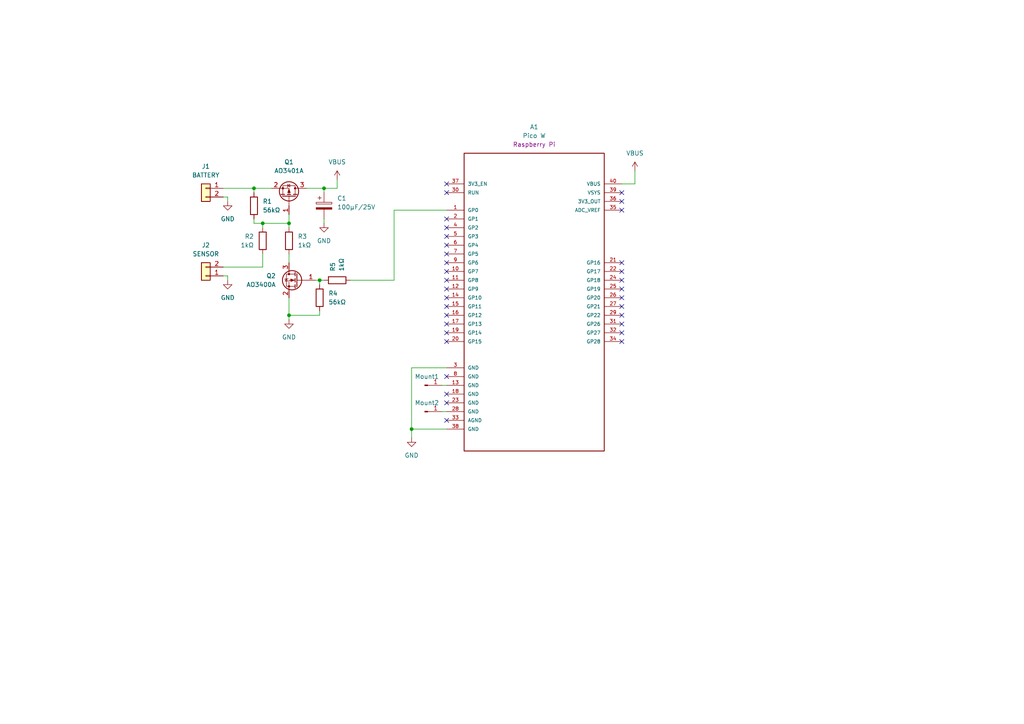
<source format=kicad_sch>
(kicad_sch (version 20230121) (generator eeschema)
  (paper "A4")
  (title_block (title "Wassermelder") (date "2024-09-28") (rev "1.0.0"))
  (lib_symbols
    (symbol "Connector:Conn_01x01_Male" (pin_names (offset 1.016) hide)
      (property "Reference" "J" (at 0 2.54 0))
      (property "Value" "Conn_01x01_Male" (at 0 -2.54 0))
      (symbol "Conn_01x01_Male_1_1"
        (polyline (pts (xy 1.27 0) (xy 0.8636 0)) (stroke (width 0.1524)))
        (rectangle (start 0.8636 0.127) (end 0 -0.127) (stroke (width 0.1524)) (fill (type outline)))
        (pin passive line (at 5.08 0 180) (length 3.81) (name "Pin_1") (number "1"))
      )
    )
    (symbol "Connector_Generic:Conn_01x02" (pin_names (offset 1.016) hide)
      (property "Reference" "J" (at 0 2.54 0))
      (property "Value" "Conn_01x02" (at 0 -5.08 0))
      (symbol "Conn_01x02_1_1"
        (rectangle (start -1.27 -2.413) (end 0 -2.667) (stroke (width 0.1524)))
        (rectangle (start -1.27 0.127) (end 0 -0.127) (stroke (width 0.1524)))
        (rectangle (start -1.27 1.27) (end 1.27 -3.81) (stroke (width 0.254)) (fill (type background)))
        (pin passive line (at -5.08 0 0) (length 3.81) (name "Pin_1") (number "1"))
        (pin passive line (at -5.08 -2.54 0) (length 3.81) (name "Pin_2") (number "2"))
      )
    )
    (symbol "Device:C_Polarized" (pin_numbers hide) (pin_names (offset 0.254))
      (property "Reference" "C" (at 0.635 2.54 0))
      (property "Value" "C_Polarized" (at 0.635 -2.54 0))
      (symbol "C_Polarized_0_1"
        (rectangle (start -2.286 0.508) (end 2.286 1.016))
        (polyline (pts (xy -1.778 2.286) (xy -0.762 2.286)))
        (polyline (pts (xy -1.27 2.794) (xy -1.27 1.778)))
        (rectangle (start 2.286 -0.508) (end -2.286 -1.016) (fill (type outline)))
      )
      (symbol "C_Polarized_1_1"
        (pin passive line (at 0 3.81 270) (length 2.794) (name "~") (number "1"))
        (pin passive line (at 0 -3.81 90) (length 2.794) (name "~") (number "2"))
      )
    )
    (symbol "Device:R" (pin_numbers hide) (pin_names (offset 0))
      (property "Reference" "R" (at 2.032 0 90))
      (property "Value" "R" (at 0 0 90))
      (symbol "R_0_1"
        (rectangle (start -1.016 -2.54) (end 1.016 2.54) (stroke (width 0.254)))
      )
      (symbol "R_1_1"
        (pin passive line (at 0 3.81 270) (length 1.27) (name "~") (number "1"))
        (pin passive line (at 0 -3.81 90) (length 1.27) (name "~") (number "2"))
      )
    )
    (symbol "Raspberry_Pi_Pico_W_SC0918:SC0918" (pin_names (offset 1.016))
      (property "Reference" "A1" (at 0 58.42 0))
      (property "Value" "SC0918" (at 0 55.88 0))
      (property "Footprint" "Raspberry Pi:MODULE_SC0918" (at -12.7 -46.99 0))
      (property "manufacturer" "Raspberry Pi" (at 0 53.34 0))
      (symbol "SC0918_0_0"
        (rectangle (start -20.32 -43.18) (end 20.32 43.18) (stroke (width 0.254)))
        (pin bidirectional line (at -25.4 26.67 0) (length 5.08) (name "GP0") (number "1"))
        (pin bidirectional line (at -25.4 8.89 0) (length 5.08) (name "GP7") (number "10"))
        (pin bidirectional line (at -25.4 6.35 0) (length 5.08) (name "GP8") (number "11"))
        (pin bidirectional line (at -25.4 3.81 0) (length 5.08) (name "GP9") (number "12"))
        (pin power_in line (at -25.4 -24.13 0) (length 5.08) (name "GND") (number "13"))
        (pin bidirectional line (at -25.4 1.27 0) (length 5.08) (name "GP10") (number "14"))
        (pin bidirectional line (at -25.4 -1.27 0) (length 5.08) (name "GP11") (number "15"))
        (pin bidirectional line (at -25.4 -3.81 0) (length 5.08) (name "GP12") (number "16"))
        (pin bidirectional line (at -25.4 -6.35 0) (length 5.08) (name "GP13") (number "17"))
        (pin power_in line (at -25.4 -26.67 0) (length 5.08) (name "GND") (number "18"))
        (pin bidirectional line (at -25.4 -8.89 0) (length 5.08) (name "GP14") (number "19"))
        (pin bidirectional line (at -25.4 24.13 0) (length 5.08) (name "GP1") (number "2"))
        (pin bidirectional line (at -25.4 -11.43 0) (length 5.08) (name "GP15") (number "20"))
        (pin bidirectional line (at 25.4 11.43 180) (length 5.08) (name "GP16") (number "21"))
        (pin bidirectional line (at 25.4 8.89 180) (length 5.08) (name "GP17") (number "22"))
        (pin power_in line (at -25.4 -29.21 0) (length 5.08) (name "GND") (number "23"))
        (pin bidirectional line (at 25.4 6.35 180) (length 5.08) (name "GP18") (number "24"))
        (pin bidirectional line (at 25.4 3.81 180) (length 5.08) (name "GP19") (number "25"))
        (pin bidirectional line (at 25.4 1.27 180) (length 5.08) (name "GP20") (number "26"))
        (pin bidirectional line (at 25.4 -1.27 180) (length 5.08) (name "GP21") (number "27"))
        (pin power_in line (at -25.4 -31.75 0) (length 5.08) (name "GND") (number "28"))
        (pin bidirectional line (at 25.4 -3.81 180) (length 5.08) (name "GP22") (number "29"))
        (pin power_in line (at -25.4 -19.05 0) (length 5.08) (name "GND") (number "3"))
        (pin input line (at -25.4 31.75 0) (length 5.08) (name "RUN") (number "30"))
        (pin bidirectional line (at 25.4 -6.35 180) (length 5.08) (name "GP26") (number "31"))
        (pin bidirectional line (at 25.4 -8.89 180) (length 5.08) (name "GP27") (number "32"))
        (pin power_in line (at -25.4 -34.29 0) (length 5.08) (name "AGND") (number "33"))
        (pin bidirectional line (at 25.4 -11.43 180) (length 5.08) (name "GP28") (number "34"))
        (pin power_in line (at 25.4 26.67 180) (length 5.08) (name "ADC_VREF") (number "35"))
        (pin power_in line (at 25.4 29.21 180) (length 5.08) (name "3V3_OUT") (number "36"))
        (pin input line (at -25.4 34.29 0) (length 5.08) (name "3V3_EN") (number "37"))
        (pin power_in line (at -25.4 -36.83 0) (length 5.08) (name "GND") (number "38"))
        (pin free line (at 25.4 31.75 180) (length 5.08) (name "VSYS") (number "39"))
        (pin bidirectional line (at -25.4 21.59 0) (length 5.08) (name "GP2") (number "4"))
        (pin free line (at 25.4 34.29 180) (length 5.08) (name "VBUS") (number "40"))
        (pin bidirectional line (at -25.4 19.05 0) (length 5.08) (name "GP3") (number "5"))
        (pin bidirectional line (at -25.4 16.51 0) (length 5.08) (name "GP4") (number "6"))
        (pin bidirectional line (at -25.4 13.97 0) (length 5.08) (name "GP5") (number "7"))
        (pin power_in line (at -25.4 -21.59 0) (length 5.08) (name "GND") (number "8"))
        (pin bidirectional line (at -25.4 11.43 0) (length 5.08) (name "GP6") (number "9"))
      )
    )
    (symbol "Transistor_FET:AO3400A" (pin_names hide)
      (property "Reference" "Q" (at 5.08 1.905 0))
      (property "Value" "AO3400A" (at 5.08 0 0))
      (symbol "AO3400A_0_1"
        (polyline (pts (xy 0.254 0) (xy -2.54 0)))
        (polyline (pts (xy 0.254 1.905) (xy 0.254 -1.905)) (stroke (width 0.254)))
        (polyline (pts (xy 0.762 -1.27) (xy 0.762 -2.286)) (stroke (width 0.254)))
        (polyline (pts (xy 0.762 0.508) (xy 0.762 -0.508)) (stroke (width 0.254)))
        (polyline (pts (xy 0.762 2.286) (xy 0.762 1.27)) (stroke (width 0.254)))
        (polyline (pts (xy 2.54 2.54) (xy 2.54 1.778)))
        (polyline (pts (xy 2.54 -2.54) (xy 2.54 0) (xy 0.762 0)))
        (polyline (pts (xy 0.762 -1.778) (xy 3.302 -1.778) (xy 3.302 1.778) (xy 0.762 1.778)))
        (polyline (pts (xy 1.016 0) (xy 2.032 0.381) (xy 2.032 -0.381) (xy 1.016 0)) (fill (type outline)))
        (polyline (pts (xy 2.794 0.508) (xy 2.921 0.381) (xy 3.683 0.381) (xy 3.81 0.254)))
        (polyline (pts (xy 3.302 0.381) (xy 2.921 -0.254) (xy 3.683 -0.254) (xy 3.302 0.381)))
        (circle (center 1.651 0) (radius 2.794) (stroke (width 0.254)))
        (circle (center 2.54 -1.778) (radius 0.254) (fill (type outline)))
        (circle (center 2.54 1.778) (radius 0.254) (fill (type outline)))
      )
      (symbol "AO3400A_1_1"
        (pin input line (at -5.08 0 0) (length 2.54) (name "G") (number "1"))
        (pin passive line (at 2.54 -5.08 90) (length 2.54) (name "S") (number "2"))
        (pin passive line (at 2.54 5.08 270) (length 2.54) (name "D") (number "3"))
      )
    )
    (symbol "Transistor_FET:AO3401A" (pin_names hide)
      (property "Reference" "Q" (at 5.08 1.905 0))
      (property "Value" "AO3401A" (at 5.08 0 0))
      (symbol "AO3401A_0_1"
        (polyline (pts (xy 0.254 0) (xy -2.54 0)))
        (polyline (pts (xy 0.254 1.905) (xy 0.254 -1.905)) (stroke (width 0.254)))
        (polyline (pts (xy 0.762 -1.27) (xy 0.762 -2.286)) (stroke (width 0.254)))
        (polyline (pts (xy 0.762 0.508) (xy 0.762 -0.508)) (stroke (width 0.254)))
        (polyline (pts (xy 0.762 2.286) (xy 0.762 1.27)) (stroke (width 0.254)))
        (polyline (pts (xy 2.54 2.54) (xy 2.54 1.778)))
        (polyline (pts (xy 2.54 -2.54) (xy 2.54 0) (xy 0.762 0)))
        (polyline (pts (xy 0.762 1.778) (xy 3.302 1.778) (xy 3.302 -1.778) (xy 0.762 -1.778)))
        (polyline (pts (xy 2.286 0) (xy 1.27 0.381) (xy 1.27 -0.381) (xy 2.286 0)) (fill (type outline)))
        (polyline (pts (xy 2.794 -0.508) (xy 2.921 -0.381) (xy 3.683 -0.381) (xy 3.81 -0.254)))
        (polyline (pts (xy 3.302 -0.381) (xy 2.921 0.254) (xy 3.683 0.254) (xy 3.302 -0.381)))
        (circle (center 1.651 0) (radius 2.794) (stroke (width 0.254)))
        (circle (center 2.54 -1.778) (radius 0.254) (fill (type outline)))
        (circle (center 2.54 1.778) (radius 0.254) (fill (type outline)))
      )
      (symbol "AO3401A_1_1"
        (pin input line (at -5.08 0 0) (length 2.54) (name "G") (number "1"))
        (pin passive line (at 2.54 -5.08 90) (length 2.54) (name "S") (number "2"))
        (pin passive line (at 2.54 5.08 270) (length 2.54) (name "D") (number "3"))
      )
    )
    (symbol "power:GND" (power) (pin_names (offset 0))
      (property "Value" "GND" (at 0 -3.81 0))
      (symbol "GND_0_1"
        (polyline (pts (xy 0 0) (xy 0 -1.27) (xy 1.27 -1.27) (xy 0 -2.54) (xy -1.27 -1.27) (xy 0 -1.27)))
      )
      (symbol "GND_1_1"
        (pin power_in line (at 0 0 270) (length 0) hide (name "GND") (number "1"))
      )
    )
    (symbol "power:VBUS" (power) (pin_names (offset 0))
      (property "Value" "VBUS" (at 0 3.81 0))
      (symbol "VBUS_0_1"
        (polyline (pts (xy -0.762 1.27) (xy 0 2.54)))
        (polyline (pts (xy 0 0) (xy 0 2.54)))
        (polyline (pts (xy 0 2.54) (xy 0.762 1.27)))
      )
      (symbol "VBUS_1_1"
        (pin power_in line (at 0 0 90) (length 0) hide (name "VBUS") (number "1"))
      )
    )
  )
  (junction (at 83.82 91.44))
  (junction (at 83.82 64.77))
  (junction (at 93.98 54.61))
  (junction (at 92.71 81.28))
  (junction (at 76.2 64.77))
  (junction (at 73.66 54.61))
  (junction (at 119.38 124.46))
  (no_connect (at 129.54 73.66))
  (no_connect (at 129.54 99.06))
  (no_connect (at 180.34 99.06))
  (no_connect (at 180.34 91.44))
  (no_connect (at 129.54 55.88))
  (no_connect (at 180.34 96.52))
  (no_connect (at 129.54 78.74))
  (no_connect (at 180.34 86.36))
  (no_connect (at 129.54 121.92))
  (no_connect (at 129.54 63.5))
  (no_connect (at 129.54 114.3))
  (no_connect (at 180.34 93.98))
  (no_connect (at 180.34 55.88))
  (no_connect (at 129.54 83.82))
  (no_connect (at 180.34 76.2))
  (no_connect (at 129.54 116.84))
  (no_connect (at 129.54 66.04))
  (no_connect (at 180.34 83.82))
  (no_connect (at 180.34 78.74))
  (no_connect (at 129.54 86.36))
  (no_connect (at 129.54 71.12))
  (no_connect (at 129.54 96.52))
  (no_connect (at 129.54 109.22))
  (no_connect (at 129.54 91.44))
  (no_connect (at 180.34 58.42))
  (no_connect (at 180.34 60.96))
  (no_connect (at 129.54 68.58))
  (no_connect (at 129.54 88.9))
  (no_connect (at 180.34 81.28))
  (no_connect (at 129.54 81.28))
  (no_connect (at 129.54 53.34))
  (no_connect (at 129.54 76.2))
  (no_connect (at 129.54 93.98))
  (no_connect (at 180.34 88.9))
  (wire (pts (xy 119.38 124.46) (xy 119.38 106.68)))
  (wire (pts (xy 76.2 64.77) (xy 76.2 66.04)))
  (wire (pts (xy 97.79 54.61) (xy 93.98 54.61)))
  (wire (pts (xy 101.6 81.28) (xy 114.3 81.28)))
  (wire (pts (xy 97.79 52.07) (xy 97.79 54.61)))
  (wire (pts (xy 92.71 81.28) (xy 92.71 82.55)))
  (wire (pts (xy 83.82 62.23) (xy 83.82 64.77)))
  (wire (pts (xy 83.82 64.77) (xy 83.82 66.04)))
  (wire (pts (xy 64.77 80.01) (xy 66.04 80.01)))
  (wire (pts (xy 184.15 49.53) (xy 184.15 53.34)))
  (wire (pts (xy 119.38 106.68) (xy 129.54 106.68)))
  (wire (pts (xy 73.66 54.61) (xy 78.74 54.61)))
  (wire (pts (xy 119.38 124.46) (xy 129.54 124.46)))
  (wire (pts (xy 180.34 53.34) (xy 184.15 53.34)))
  (wire (pts (xy 93.98 54.61) (xy 93.98 55.88)))
  (wire (pts (xy 66.04 57.15) (xy 66.04 58.42)))
  (wire (pts (xy 83.82 91.44) (xy 92.71 91.44)))
  (wire (pts (xy 64.77 54.61) (xy 73.66 54.61)))
  (wire (pts (xy 76.2 73.66) (xy 76.2 77.47)))
  (wire (pts (xy 76.2 64.77) (xy 83.82 64.77)))
  (wire (pts (xy 73.66 54.61) (xy 73.66 55.88)))
  (wire (pts (xy 128.27 111.76) (xy 129.54 111.76)))
  (wire (pts (xy 83.82 73.66) (xy 83.82 76.2)))
  (wire (pts (xy 73.66 63.5) (xy 73.66 64.77)))
  (wire (pts (xy 93.98 63.5) (xy 93.98 64.77)))
  (wire (pts (xy 66.04 80.01) (xy 66.04 81.28)))
  (wire (pts (xy 83.82 91.44) (xy 83.82 92.71)))
  (wire (pts (xy 64.77 57.15) (xy 66.04 57.15)))
  (wire (pts (xy 91.44 81.28) (xy 92.71 81.28)))
  (wire (pts (xy 64.77 77.47) (xy 76.2 77.47)))
  (wire (pts (xy 114.3 60.96) (xy 129.54 60.96)))
  (wire (pts (xy 114.3 81.28) (xy 114.3 60.96)))
  (wire (pts (xy 83.82 86.36) (xy 83.82 91.44)))
  (wire (pts (xy 73.66 64.77) (xy 76.2 64.77)))
  (wire (pts (xy 92.71 91.44) (xy 92.71 90.17)))
  (wire (pts (xy 119.38 127) (xy 119.38 124.46)))
  (wire (pts (xy 128.27 119.38) (xy 129.54 119.38)))
  (wire (pts (xy 93.98 54.61) (xy 88.9 54.61)))
  (wire (pts (xy 92.71 81.28) (xy 93.98 81.28)))
  (symbol (lib_id "power:VBUS") (at 97.79 52.07 0) (unit 1)
    (property "Reference" "#PWR05" (effects hide))
    (property "Value" "VBUS" (at 97.79 46.99 0))
  )
  (symbol (lib_id "Device:R") (at 73.66 59.69 0) (unit 1)
    (property "Reference" "R1" (at 76.2 58.4199 0) (effects (justify left)))
    (property "Value" "56kΩ" (at 76.2 60.9599 0) (effects (justify left)))
    (property "Footprint" "Resistor_SMD:R_0805_2012Metric" (effects hide))
  )
  (symbol (lib_id "power:GND") (at 66.04 58.42 0) (unit 1)
    (property "Reference" "#PWR01" (effects hide))
    (property "Value" "GND" (at 66.04 63.5 0))
  )
  (symbol (lib_id "power:VBUS") (at 184.15 49.53 0) (unit 1)
    (property "Reference" "#PWR07" (effects hide))
    (property "Value" "VBUS" (at 184.15 44.45 0))
  )
  (symbol (lib_id "Raspberry_Pi_Pico_W_SC0918:SC0918") (at 154.94 87.63 0) (unit 1)
    (property "Reference" "A1" (at 154.94 36.83 0))
    (property "Value" "Pico W" (at 154.94 39.37 0))
    (property "Footprint" "Raspberry_Pi_Pico_W:MODULE_SC0918" (effects hide))
    (property "Datasheet" "https://datasheets.raspberrypi.com/picow/pico-w-datasheet.pdf" (effects hide))
    (property "manufacturer" "Raspberry Pi" (at 154.94 41.91 0))
    (property "P/N" "SC0918" (effects hide))
    (property "PARTREV" "1.6" (effects hide))
    (property "MAXIMUM_PACKAGE_HEIGHT" "3.73mm" (effects hide))
  )
  (symbol (lib_id "power:GND") (at 93.98 64.77 0) (unit 1)
    (property "Reference" "#PWR04" (effects hide))
    (property "Value" "GND" (at 93.98 69.85 0))
  )
  (symbol (lib_id "power:GND") (at 83.82 92.71 0) (unit 1)
    (property "Reference" "#PWR03" (effects hide))
    (property "Value" "GND" (at 83.82 97.79 0))
  )
  (symbol (lib_id "power:GND") (at 119.38 127 0) (unit 1)
    (property "Reference" "#PWR06" (effects hide))
    (property "Value" "GND" (at 119.38 132.08 0))
  )
  (symbol (lib_id "Connector_Generic:Conn_01x02") (at 59.69 54.61 0) (mirror y) (unit 1)
    (property "Reference" "J1" (at 59.69 48.26 0))
    (property "Value" "BATTERY" (at 59.69 50.8 0))
    (property "Footprint" "Connector_JST:JST_PH_S2B-PH-K_1x02_P2.00mm_Horizontal" (effects hide))
  )
  (symbol (lib_id "Transistor_FET:AO3401A") (at 83.82 57.15 270) (mirror x) (unit 1)
    (property "Reference" "Q1" (at 83.82 46.99 90))
    (property "Value" "AO3401A" (at 83.82 49.53 90))
    (property "Footprint" "Package_TO_SOT_SMD:SOT-23" (effects hide))
    (property "Datasheet" "http://www.aosmd.com/pdfs/datasheet/AO3401A.pdf" (effects hide))
  )
  (symbol (lib_id "Device:R") (at 83.82 69.85 0) (mirror y) (unit 1)
    (property "Reference" "R3" (at 86.36 68.58 0) (effects (justify right)))
    (property "Value" "1kΩ" (at 86.36 71.12 0) (effects (justify right)))
    (property "Footprint" "Resistor_SMD:R_0805_2012Metric" (effects hide))
  )
  (symbol (lib_id "Connector:Conn_01x01_Male") (at 123.19 119.38 0) (unit 1)
    (property "Reference" "Mount2" (at 123.825 116.84 0))
    (property "Value" "Conn_01x01_Male" (effects hide))
    (property "Footprint" "Connector_PinHeader_2.54mm:PinHeader_1x01_P2.54mm_Vertical" (effects hide))
  )
  (symbol (lib_id "Device:R") (at 97.79 81.28 90) (mirror x) (unit 1)
    (property "Reference" "R5" (at 96.52 78.74 0) (effects (justify right)))
    (property "Value" "1kΩ" (at 99.06 78.74 0) (effects (justify right)))
    (property "Footprint" "Resistor_SMD:R_0805_2012Metric" (effects hide))
  )
  (symbol (lib_id "Device:C_Polarized") (at 93.98 59.69 0) (unit 1)
    (property "Reference" "C1" (at 97.79 57.5309 0) (effects (justify left)))
    (property "Value" "100µF/25V" (at 97.79 60.0709 0) (effects (justify left)))
    (property "Footprint" "Capacitor_THT:CP_Radial_D6.3mm_P2.50mm" (effects hide))
  )
  (symbol (lib_id "Device:R") (at 76.2 69.85 0) (mirror y) (unit 1)
    (property "Reference" "R2" (at 73.66 68.58 0) (effects (justify left)))
    (property "Value" "1kΩ" (at 73.66 71.12 0) (effects (justify left)))
    (property "Footprint" "Resistor_SMD:R_0805_2012Metric" (effects hide))
  )
  (symbol (lib_id "Device:R") (at 92.71 86.36 0) (unit 1)
    (property "Reference" "R4" (at 95.25 85.0899 0) (effects (justify left)))
    (property "Value" "56kΩ" (at 95.25 87.6299 0) (effects (justify left)))
    (property "Footprint" "Resistor_SMD:R_0805_2012Metric" (effects hide))
  )
  (symbol (lib_id "Connector:Conn_01x01_Male") (at 123.19 111.76 0) (unit 1)
    (property "Reference" "Mount1" (at 123.825 109.22 0))
    (property "Value" "Conn_01x01_Male" (effects hide))
    (property "Footprint" "Connector_PinHeader_2.54mm:PinHeader_1x01_P2.54mm_Vertical" (effects hide))
  )
  (symbol (lib_id "Transistor_FET:AO3400A") (at 86.36 81.28 0) (mirror y) (unit 1)
    (property "Reference" "Q2" (at 80.01 80.0099 0) (effects (justify left)))
    (property "Value" "AO3400A" (at 80.01 82.5499 0) (effects (justify left)))
    (property "Footprint" "Package_TO_SOT_SMD:SOT-23" (effects hide))
    (property "Datasheet" "http://www.aosmd.com/pdfs/datasheet/AO3400A.pdf" (effects hide))
  )
  (symbol (lib_id "power:GND") (at 66.04 81.28 0) (unit 1)
    (property "Reference" "#PWR02" (effects hide))
    (property "Value" "GND" (at 66.04 86.36 0))
  )
  (symbol (lib_id "Connector_Generic:Conn_01x02") (at 59.69 80.01 180) (unit 1)
    (property "Reference" "J2" (at 59.69 71.12 0))
    (property "Value" "SENSOR" (at 59.69 73.66 0))
    (property "Footprint" "Connector_JST:JST_PH_S2B-PH-K_1x02_P2.00mm_Horizontal" (effects hide))
  )
)
</source>
